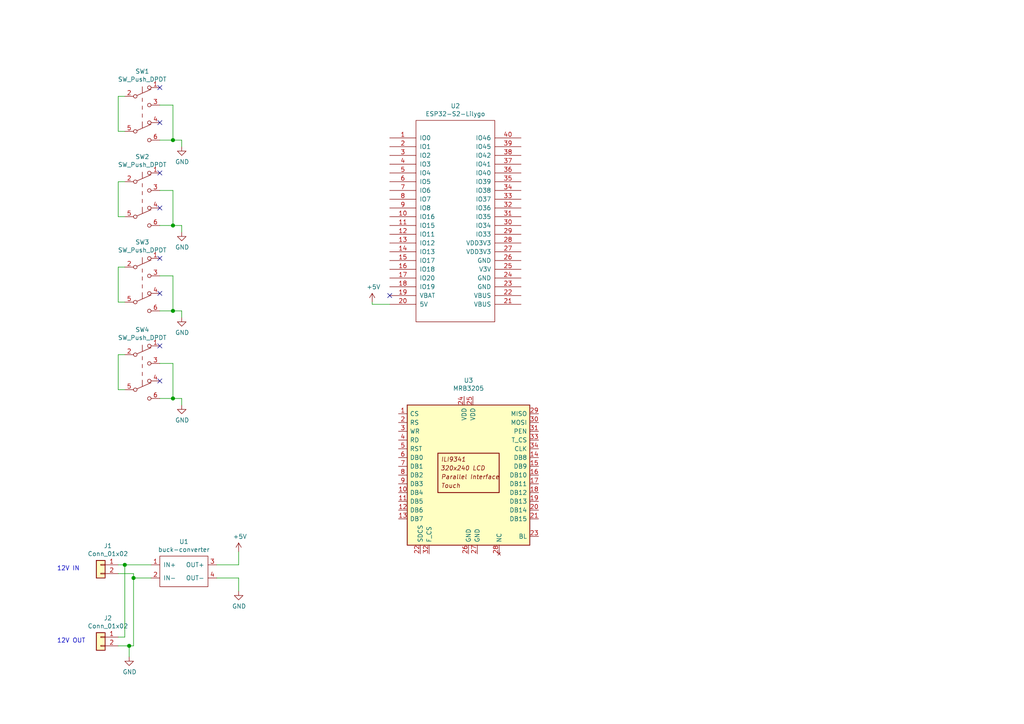
<source format=kicad_sch>
(kicad_sch (version 20210615) (generator eeschema)
  (paper "A4")
  (lib_symbols
    (symbol "Connector_Generic:Conn_01x02" (pin_names (offset 1.016) hide)
      (property "Reference" "J" (at 0 2.54 0))
      (property "Value" "Conn_01x02" (at 0 -5.08 0))
      (symbol "Conn_01x02_1_1"
        (rectangle (start -1.27 -2.413) (end 0 -2.667) (stroke (width 0.1524)))
        (rectangle (start -1.27 0.127) (end 0 -0.127) (stroke (width 0.1524)))
        (rectangle (start -1.27 1.27) (end 1.27 -3.81) (stroke (width 0.254)) (fill (type background)))
        (pin passive line (at -5.08 0 0) (length 3.81) (name "Pin_1") (number "1"))
        (pin passive line (at -5.08 -2.54 0) (length 3.81) (name "Pin_2") (number "2"))
      )
    )
    (symbol "ESP32-S2-Lilygo:ESP32-S2-Lilygo" (pin_names (offset 1.016))
      (property "Reference" "U" (at 0 -2.54 0))
      (property "Value" "ESP32-S2-Lilygo" (at 0 2.54 0))
      (symbol "ESP32-S2-Lilygo_1_0"
        (rectangle (start -11.43 -29.21) (end 11.43 29.21))
      )
      (symbol "ESP32-S2-Lilygo_1_1"
        (pin input line (at -19.05 24.13 0) (length 7.62) (name "IO0") (number "1"))
        (pin input line (at -19.05 1.27 0) (length 7.62) (name "IO16") (number "10"))
        (pin input line (at -19.05 -1.27 0) (length 7.62) (name "IO15") (number "11"))
        (pin input line (at -19.05 -3.81 0) (length 7.62) (name "IO11") (number "12"))
        (pin input line (at -19.05 -6.35 0) (length 7.62) (name "IO12") (number "13"))
        (pin input line (at -19.05 -8.89 0) (length 7.62) (name "IO13") (number "14"))
        (pin input line (at -19.05 -11.43 0) (length 7.62) (name "IO17") (number "15"))
        (pin input line (at -19.05 -13.97 0) (length 7.62) (name "IO18") (number "16"))
        (pin input line (at -19.05 -16.51 0) (length 7.62) (name "IO20") (number "17"))
        (pin input line (at -19.05 -19.05 0) (length 7.62) (name "IO19") (number "18"))
        (pin power_in line (at -19.05 -21.59 0) (length 7.62) (name "VBAT") (number "19"))
        (pin input line (at -19.05 21.59 0) (length 7.62) (name "IO1") (number "2"))
        (pin power_in line (at -19.05 -24.13 0) (length 7.62) (name "5V") (number "20"))
        (pin input line (at 19.05 -24.13 180) (length 7.62) (name "VBUS") (number "21"))
        (pin input line (at 19.05 -21.59 180) (length 7.62) (name "VBUS") (number "22"))
        (pin power_in line (at 19.05 -19.05 180) (length 7.62) (name "GND") (number "23"))
        (pin power_in line (at 19.05 -16.51 180) (length 7.62) (name "GND") (number "24"))
        (pin power_out line (at 19.05 -13.97 180) (length 7.62) (name "V3V") (number "25"))
        (pin power_in line (at 19.05 -11.43 180) (length 7.62) (name "GND") (number "26"))
        (pin input line (at 19.05 -8.89 180) (length 7.62) (name "VDD3V3") (number "27"))
        (pin input line (at 19.05 -6.35 180) (length 7.62) (name "VDD3V3") (number "28"))
        (pin input line (at 19.05 -3.81 180) (length 7.62) (name "IO33") (number "29"))
        (pin input line (at -19.05 19.05 0) (length 7.62) (name "IO2") (number "3"))
        (pin input line (at 19.05 -1.27 180) (length 7.62) (name "IO34") (number "30"))
        (pin input line (at 19.05 1.27 180) (length 7.62) (name "IO35") (number "31"))
        (pin input line (at 19.05 3.81 180) (length 7.62) (name "IO36") (number "32"))
        (pin input line (at 19.05 6.35 180) (length 7.62) (name "IO37") (number "33"))
        (pin input line (at 19.05 8.89 180) (length 7.62) (name "IO38") (number "34"))
        (pin input line (at 19.05 11.43 180) (length 7.62) (name "IO39") (number "35"))
        (pin input line (at 19.05 13.97 180) (length 7.62) (name "IO40") (number "36"))
        (pin input line (at 19.05 16.51 180) (length 7.62) (name "IO41") (number "37"))
        (pin input line (at 19.05 19.05 180) (length 7.62) (name "IO42") (number "38"))
        (pin input line (at 19.05 21.59 180) (length 7.62) (name "IO45") (number "39"))
        (pin input line (at -19.05 16.51 0) (length 7.62) (name "IO3") (number "4"))
        (pin input line (at 19.05 24.13 180) (length 7.62) (name "IO46") (number "40"))
        (pin input line (at -19.05 13.97 0) (length 7.62) (name "IO4") (number "5"))
        (pin input line (at -19.05 11.43 0) (length 7.62) (name "IO5") (number "6"))
        (pin input line (at -19.05 8.89 0) (length 7.62) (name "IO6") (number "7"))
        (pin input line (at -19.05 6.35 0) (length 7.62) (name "IO7") (number "8"))
        (pin input line (at -19.05 3.81 0) (length 7.62) (name "IO8") (number "9"))
      )
    )
    (symbol "Switch:SW_Push_DPDT" (pin_names (offset 0) hide)
      (property "Reference" "SW" (at 0 8.89 0))
      (property "Value" "SW_Push_DPDT" (at 0 -10.16 0))
      (symbol "SW_Push_DPDT_0_0"
        (circle (center -2.032 -5.08) (radius 0.508))
        (circle (center -2.032 5.08) (radius 0.508))
        (circle (center 2.032 -7.62) (radius 0.508))
        (circle (center 2.032 2.54) (radius 0.508))
      )
      (symbol "SW_Push_DPDT_0_1"
        (circle (center 2.032 -2.54) (radius 0.508))
        (circle (center 2.032 7.62) (radius 0.508))
        (polyline (pts (xy -1.524 -4.826) (xy 2.54 -3.048)))
        (polyline (pts (xy -1.524 5.334) (xy 2.54 7.112)))
        (polyline (pts (xy 0 -2.286) (xy 0 -4.064)))
        (polyline (pts (xy 0 -1.016) (xy 0 0)))
        (polyline (pts (xy 0 1.27) (xy 0 2.286)))
        (polyline (pts (xy 0 3.556) (xy 0 4.572)))
        (polyline (pts (xy 0 7.874) (xy 0 6.096)))
      )
      (symbol "SW_Push_DPDT_1_1"
        (pin passive line (at 5.08 7.62 180) (length 2.54) (name "A") (number "1"))
        (pin passive line (at -5.08 5.08 0) (length 2.54) (name "B") (number "2"))
        (pin passive line (at 5.08 2.54 180) (length 2.54) (name "C") (number "3"))
        (pin passive line (at 5.08 -2.54 180) (length 2.54) (name "A") (number "4"))
        (pin passive line (at -5.08 -5.08 0) (length 2.54) (name "B") (number "5"))
        (pin passive line (at 5.08 -7.62 180) (length 2.54) (name "C") (number "6"))
      )
    )
    (symbol "buckconverter:buck-converter" (pin_names (offset 1.016))
      (property "Reference" "U" (at 0 8.89 0))
      (property "Value" "buck-converter" (at 0 6.35 0))
      (symbol "buck-converter_0_1"
        (rectangle (start -6.35 3.81) (end 7.62 -5.08))
      )
      (symbol "buck-converter_1_1"
        (pin power_in line (at -8.89 1.27 0) (length 2.54) (name "IN+") (number "1"))
        (pin input line (at -8.89 -2.54 0) (length 2.54) (name "IN-") (number "2"))
        (pin power_out line (at 10.16 1.27 180) (length 2.54) (name "OUT+") (number "3"))
        (pin output line (at 10.16 -2.54 180) (length 2.54) (name "OUT-") (number "4"))
      )
    )
    (symbol "mrb3205:MRB3205" (pin_names (offset 0.762))
      (property "Reference" "U" (at -17.78 21.59 0))
      (property "Value" "MRB3205" (at 6.35 21.59 0))
      (symbol "MRB3205_0_0"
        (text "320x240 LCD" (at -1.651 2.032 0) (effects (font (size 1.27 1.27) italic)))
        (text "ILI9341" (at -8.001 4.572 0) (effects (font (size 1.27 1.27) italic) (justify left)))
        (text "Parallel Interface" (at -8.001 -0.508 0) (effects (font (size 1.27 1.27) italic) (justify left)))
        (text "Touch" (at -8.001 -3.048 0) (effects (font (size 1.27 1.27) italic) (justify left)))
      )
      (symbol "MRB3205_0_1"
        (rectangle (start -8.89 6.35) (end 8.89 -5.08) (stroke (width 0.254)))
        (rectangle (start -17.78 20.32) (end 17.78 -20.32) (stroke (width 0.254)) (fill (type background)))
      )
      (symbol "MRB3205_1_1"
        (pin input line (at -20.32 17.78 0) (length 2.54) (name "CS") (number "1"))
        (pin input line (at -20.32 -5.08 0) (length 2.54) (name "DB4") (number "10"))
        (pin input line (at -20.32 -7.62 0) (length 2.54) (name "DB5") (number "11"))
        (pin input line (at -20.32 -10.16 0) (length 2.54) (name "DB6") (number "12"))
        (pin input line (at -20.32 -12.7 0) (length 2.54) (name "DB7") (number "13"))
        (pin input line (at 20.32 5.08 180) (length 2.54) (name "DB8") (number "14"))
        (pin input line (at 20.32 2.54 180) (length 2.54) (name "DB9") (number "15"))
        (pin input line (at 20.32 0 180) (length 2.54) (name "DB10") (number "16"))
        (pin input line (at 20.32 -2.54 180) (length 2.54) (name "DB11") (number "17"))
        (pin input line (at 20.32 -5.08 180) (length 2.54) (name "DB12") (number "18"))
        (pin input line (at 20.32 -7.62 180) (length 2.54) (name "DB13") (number "19"))
        (pin input line (at -20.32 15.24 0) (length 2.54) (name "RS") (number "2"))
        (pin input line (at 20.32 -10.16 180) (length 2.54) (name "DB14") (number "20"))
        (pin input line (at 20.32 -12.7 180) (length 2.54) (name "DB15") (number "21"))
        (pin input line (at -13.97 -22.86 90) (length 2.54) (name "SDCS") (number "22"))
        (pin input line (at 20.32 -17.78 180) (length 2.54) (name "BL") (number "23"))
        (pin power_in line (at -1.27 22.86 270) (length 2.54) (name "VDD") (number "24"))
        (pin power_in line (at 1.27 22.86 270) (length 2.54) (name "VDD") (number "25"))
        (pin power_in line (at 0 -22.86 90) (length 2.54) (name "GND") (number "26"))
        (pin power_in line (at 2.54 -22.86 90) (length 2.54) (name "GND") (number "27"))
        (pin no_connect line (at 8.89 -22.86 90) (length 2.54) (name "NC") (number "28"))
        (pin output line (at 20.32 17.78 180) (length 2.54) (name "MISO") (number "29"))
        (pin input line (at -20.32 12.7 0) (length 2.54) (name "WR") (number "3"))
        (pin input line (at 20.32 15.24 180) (length 2.54) (name "MOSI") (number "30"))
        (pin input line (at 20.32 12.7 180) (length 2.54) (name "PEN") (number "31"))
        (pin input line (at -11.43 -22.86 90) (length 2.54) (name "F_CS") (number "32"))
        (pin input line (at 20.32 10.16 180) (length 2.54) (name "T_CS") (number "33"))
        (pin input line (at 20.32 7.62 180) (length 2.54) (name "CLK") (number "34"))
        (pin input line (at -20.32 10.16 0) (length 2.54) (name "RD") (number "4"))
        (pin input line (at -20.32 7.62 0) (length 2.54) (name "RST") (number "5"))
        (pin input line (at -20.32 5.08 0) (length 2.54) (name "DB0") (number "6"))
        (pin input line (at -20.32 2.54 0) (length 2.54) (name "DB1") (number "7"))
        (pin input line (at -20.32 0 0) (length 2.54) (name "DB2") (number "8"))
        (pin input line (at -20.32 -2.54 0) (length 2.54) (name "DB3") (number "9"))
      )
    )
    (symbol "power:+5V" (power) (pin_names (offset 0))
      (property "Value" "+5V" (at 0 3.556 0))
      (symbol "+5V_0_1"
        (polyline (pts (xy -0.762 1.27) (xy 0 2.54)))
        (polyline (pts (xy 0 0) (xy 0 2.54)))
        (polyline (pts (xy 0 2.54) (xy 0.762 1.27)))
      )
      (symbol "+5V_1_1"
        (pin power_in line (at 0 0 90) (length 0) hide (name "+5V") (number "1"))
      )
    )
    (symbol "power:GND" (power) (pin_names (offset 0))
      (property "Value" "GND" (at 0 -3.81 0))
      (symbol "GND_0_1"
        (polyline (pts (xy 0 0) (xy 0 -1.27) (xy 1.27 -1.27) (xy 0 -2.54) (xy -1.27 -1.27) (xy 0 -1.27)))
      )
      (symbol "GND_1_1"
        (pin power_in line (at 0 0 270) (length 0) hide (name "GND") (number "1"))
      )
    )
  )
  (junction (at 36.195 163.83) (diameter 1.016))
  (junction (at 37.465 187.325) (diameter 1.016))
  (junction (at 38.735 167.64) (diameter 1.016))
  (junction (at 50.165 40.64) (diameter 1.016))
  (junction (at 50.165 65.405) (diameter 1.016))
  (junction (at 50.165 90.17) (diameter 1.016))
  (junction (at 50.165 115.57) (diameter 1.016))
  (no_connect (at 46.355 25.4))
  (no_connect (at 46.355 35.56))
  (no_connect (at 46.355 50.165))
  (no_connect (at 46.355 60.325))
  (no_connect (at 46.355 74.93))
  (no_connect (at 46.355 85.09))
  (no_connect (at 46.355 100.33))
  (no_connect (at 46.355 110.49))
  (no_connect (at 113.03 85.725))
  (wire (pts (xy 34.29 27.94) (xy 34.29 38.1)))
  (wire (pts (xy 34.29 38.1) (xy 36.195 38.1)))
  (wire (pts (xy 34.29 52.705) (xy 34.29 62.865)))
  (wire (pts (xy 34.29 62.865) (xy 36.195 62.865)))
  (wire (pts (xy 34.29 77.47) (xy 34.29 87.63)))
  (wire (pts (xy 34.29 87.63) (xy 36.195 87.63)))
  (wire (pts (xy 34.29 102.87) (xy 34.29 113.03)))
  (wire (pts (xy 34.29 113.03) (xy 36.195 113.03)))
  (wire (pts (xy 34.29 163.83) (xy 36.195 163.83)))
  (wire (pts (xy 34.29 166.37) (xy 38.735 166.37)))
  (wire (pts (xy 34.29 184.785) (xy 36.195 184.785)))
  (wire (pts (xy 36.195 27.94) (xy 34.29 27.94)))
  (wire (pts (xy 36.195 52.705) (xy 34.29 52.705)))
  (wire (pts (xy 36.195 77.47) (xy 34.29 77.47)))
  (wire (pts (xy 36.195 102.87) (xy 34.29 102.87)))
  (wire (pts (xy 36.195 163.83) (xy 43.815 163.83)))
  (wire (pts (xy 36.195 184.785) (xy 36.195 163.83)))
  (wire (pts (xy 37.465 187.325) (xy 34.29 187.325)))
  (wire (pts (xy 37.465 190.5) (xy 37.465 187.325)))
  (wire (pts (xy 38.735 166.37) (xy 38.735 167.64)))
  (wire (pts (xy 38.735 167.64) (xy 38.735 187.325)))
  (wire (pts (xy 38.735 187.325) (xy 37.465 187.325)))
  (wire (pts (xy 43.815 167.64) (xy 38.735 167.64)))
  (wire (pts (xy 46.355 30.48) (xy 50.165 30.48)))
  (wire (pts (xy 46.355 55.245) (xy 50.165 55.245)))
  (wire (pts (xy 46.355 80.01) (xy 50.165 80.01)))
  (wire (pts (xy 46.355 105.41) (xy 50.165 105.41)))
  (wire (pts (xy 50.165 30.48) (xy 50.165 40.64)))
  (wire (pts (xy 50.165 40.64) (xy 46.355 40.64)))
  (wire (pts (xy 50.165 40.64) (xy 52.705 40.64)))
  (wire (pts (xy 50.165 55.245) (xy 50.165 65.405)))
  (wire (pts (xy 50.165 65.405) (xy 46.355 65.405)))
  (wire (pts (xy 50.165 65.405) (xy 52.705 65.405)))
  (wire (pts (xy 50.165 80.01) (xy 50.165 90.17)))
  (wire (pts (xy 50.165 90.17) (xy 46.355 90.17)))
  (wire (pts (xy 50.165 105.41) (xy 50.165 115.57)))
  (wire (pts (xy 50.165 115.57) (xy 46.355 115.57)))
  (wire (pts (xy 50.165 115.57) (xy 52.705 115.57)))
  (wire (pts (xy 52.705 40.64) (xy 52.705 42.545)))
  (wire (pts (xy 52.705 65.405) (xy 52.705 67.31)))
  (wire (pts (xy 52.705 90.17) (xy 50.165 90.17)))
  (wire (pts (xy 52.705 92.075) (xy 52.705 90.17)))
  (wire (pts (xy 52.705 115.57) (xy 52.705 117.475)))
  (wire (pts (xy 62.865 167.64) (xy 69.215 167.64)))
  (wire (pts (xy 69.215 160.02) (xy 69.215 163.83)))
  (wire (pts (xy 69.215 163.83) (xy 62.865 163.83)))
  (wire (pts (xy 69.215 167.64) (xy 69.215 171.45)))
  (wire (pts (xy 107.95 87.63) (xy 107.95 88.265)))
  (wire (pts (xy 107.95 88.265) (xy 113.03 88.265)))
  (text "12V IN" (at 16.51 165.735 0) (effects (font (size 1.27 1.27)) (justify left bottom)))
  (text "12V OUT" (at 16.51 186.69 0) (effects (font (size 1.27 1.27)) (justify left bottom)))
  (symbol (lib_id "power:+5V") (at 69.215 160.02 0) (unit 1)
    (property "Reference" "#PWR0107" (effects hide))
    (property "Value" "+5V" (at 69.596 155.6258 0))
  )
  (symbol (lib_id "power:+5V") (at 107.95 87.63 0) (unit 1)
    (property "Reference" "#PWR0108" (effects hide))
    (property "Value" "+5V" (at 108.331 83.2358 0))
  )
  (symbol (lib_id "power:GND") (at 37.465 190.5 0) (unit 1)
    (property "Reference" "#PWR0106" (effects hide))
    (property "Value" "GND" (at 37.592 194.8942 0))
  )
  (symbol (lib_id "power:GND") (at 52.705 42.545 0) (unit 1)
    (property "Reference" "#PWR0101" (effects hide))
    (property "Value" "GND" (at 52.832 46.9392 0))
  )
  (symbol (lib_id "power:GND") (at 52.705 67.31 0) (unit 1)
    (property "Reference" "#PWR0102" (effects hide))
    (property "Value" "GND" (at 52.832 71.7042 0))
  )
  (symbol (lib_id "power:GND") (at 52.705 92.075 0) (unit 1)
    (property "Reference" "#PWR0103" (effects hide))
    (property "Value" "GND" (at 52.832 96.4692 0))
  )
  (symbol (lib_id "power:GND") (at 52.705 117.475 0) (unit 1)
    (property "Reference" "#PWR0104" (effects hide))
    (property "Value" "GND" (at 52.832 121.8692 0))
  )
  (symbol (lib_id "power:GND") (at 69.215 171.45 0) (unit 1)
    (property "Reference" "#PWR0105" (effects hide))
    (property "Value" "GND" (at 69.342 175.8442 0))
  )
  (symbol (lib_id "Connector_Generic:Conn_01x02") (at 29.21 163.83 0) (mirror y) (unit 1)
    (property "Reference" "J1" (at 31.2928 158.3182 0))
    (property "Value" "Conn_01x02" (at 31.2928 160.6296 0))
    (property "Footprint" "Connector_JST:JST_XH_B02B-XH-A_1x02_P2.50mm_Vertical" (effects hide))
  )
  (symbol (lib_id "Connector_Generic:Conn_01x02") (at 29.21 184.785 0) (mirror y) (unit 1)
    (property "Reference" "J2" (at 31.2928 179.2732 0))
    (property "Value" "Conn_01x02" (at 31.2928 181.5846 0))
    (property "Footprint" "Connector_JST:JST_XH_B02B-XH-A_1x02_P2.50mm_Vertical" (effects hide))
  )
  (symbol (lib_id "buckconverter:buck-converter") (at 52.705 165.1 0) (unit 1)
    (property "Reference" "U1" (at 53.34 157.099 0))
    (property "Value" "buck-converter" (at 53.34 159.4104 0))
    (property "Footprint" "hal9k:buck-converter" (effects hide))
  )
  (symbol (lib_id "Switch:SW_Push_DPDT") (at 41.275 33.02 0) (unit 1)
    (property "Reference" "SW1" (at 41.275 20.701 0))
    (property "Value" "SW_Push_DPDT" (at 41.275 23.0124 0))
    (property "Footprint" "hal9k:SW_PUSH_8.5x8.5_DPDT" (effects hide))
  )
  (symbol (lib_id "Switch:SW_Push_DPDT") (at 41.275 57.785 0) (unit 1)
    (property "Reference" "SW2" (at 41.275 45.466 0))
    (property "Value" "SW_Push_DPDT" (at 41.275 47.7774 0))
    (property "Footprint" "hal9k:SW_PUSH_8.5x8.5_DPDT" (effects hide))
  )
  (symbol (lib_id "Switch:SW_Push_DPDT") (at 41.275 82.55 0) (unit 1)
    (property "Reference" "SW3" (at 41.275 70.231 0))
    (property "Value" "SW_Push_DPDT" (at 41.275 72.5424 0))
    (property "Footprint" "hal9k:SW_PUSH_8.5x8.5_DPDT" (effects hide))
  )
  (symbol (lib_id "Switch:SW_Push_DPDT") (at 41.275 107.95 0) (unit 1)
    (property "Reference" "SW4" (at 41.275 95.631 0))
    (property "Value" "SW_Push_DPDT" (at 41.275 97.9424 0))
    (property "Footprint" "hal9k:SW_PUSH_8.5x8.5_DPDT" (effects hide))
  )
  (symbol (lib_id "mrb3205:MRB3205") (at 135.89 137.795 0) (unit 1)
    (property "Reference" "U3" (at 135.89 110.3376 0))
    (property "Value" "MRB3205" (at 135.89 112.649 0))
    (property "Footprint" "Connector_PinHeader_2.54mm:PinHeader_2x17_P2.54mm_Vertical" (effects hide))
    (property "Datasheet" "http://www.lcdwiki.com/3.2inch_16BIT_Module_ILI9341_SKU:MRB3205" (effects hide))
  )
  (symbol (lib_id "ESP32-S2-Lilygo:ESP32-S2-Lilygo") (at 132.08 64.135 0) (unit 1)
    (property "Reference" "U2" (at 132.08 30.734 0))
    (property "Value" "ESP32-S2-Lilygo" (at 132.08 33.0454 0))
    (property "Footprint" "Package_DIP:DIP-40_W25.4mm" (effects hide))
    (property "Datasheet" "https://user-images.githubusercontent.com/25348566/101335486-8ea04b00-3879-11eb-816f-1f3db5f98555.JPG" (effects hide))
  )
)
</source>
